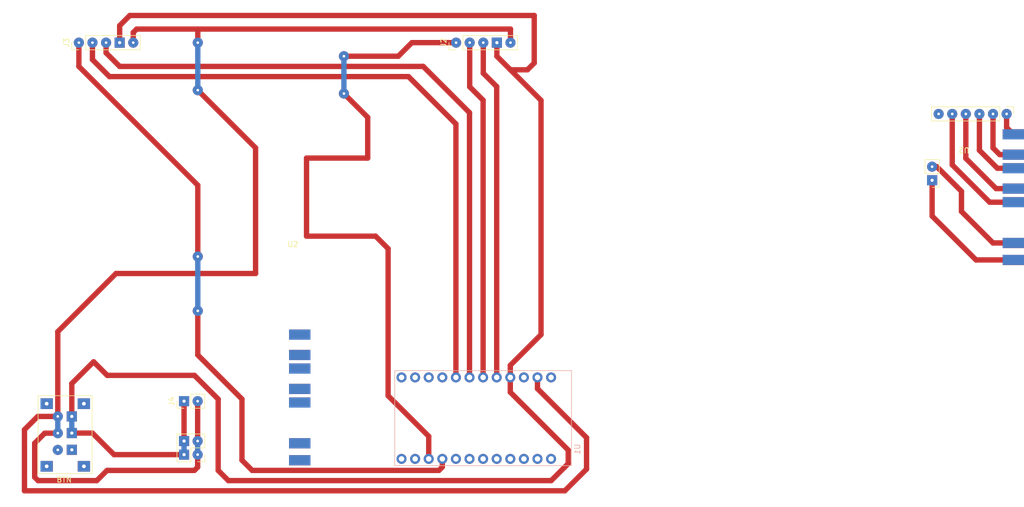
<source format=kicad_pcb>
(kicad_pcb (version 20211014) (generator pcbnew)
  (layers (0 "F.Cu" signal) (31 "B.Cu" signal) (34 "B.Paste" user) (35 "F.Paste" user) (36 "B.SilkS" user "B.Silkscreen") (37 "F.SilkS" user "F.Silkscreen") (38 "B.Mask" user) (39 "F.Mask" user) (44 "Edge.Cuts" user))
  (net 0 "")
  (net 1 "+5V")
  (net 2 "GND")
  (net 13 "Net-(J2-Pad1)")
  (net 14 "Net-(J2-Pad3)")
  (net 15 "Net-(J3-Pad2)")
  (net 16 "Net-(J2-Pad2)")
  (net 17 "Net-(J3-Pad3)")
  (net 19 "Net-(U1-PadJP6_9)")
  (net 20 "Net-(U1-PadJP6_10)")
  (net 21 "Net-(U1-PadJP6_11)")
  (net 22 "Net-(U1-PadJP6_12)")
  (net 23 "Net-(U1-PadJP7_2)")
  (net 25 "Net-(J3-Pad1)")
  (footprint "" (layer "F.Cu") (at 74.93 89.535)
    (fp_text reference "" (at 0 0) (layer "F.SilkS") (effects (font (size 1.27 1.27))))
    (fp_text value "" (at 0 0) (layer "F.SilkS") (effects (font (size 1.27 1.27))))
    (pad "7" thru_hole rect (at 0 0) (size 4 1.9) (drill 0.00001) (layers *.Cu *.Mask) (net 20 "Net-(U1-PadJP6_10)"))
  )
  (footprint "" (layer "F.Cu") (at 83.185 24.765)
    (fp_text reference "" (at 0 0) (layer "F.SilkS") (effects (font (size 1.27 1.27))))
    (fp_text value "" (at 0 0) (layer "F.SilkS") (effects (font (size 1.27 1.27))))
    (pad "1" thru_hole oval (at 0 0 90) (size 1.9 1.9) (drill 0.5) (layers *.Cu *.Mask) (net 13 "Net-(J2-Pad1)"))
  )
  (footprint "Arduino pro mini:NRF24L01" (layer "F.Cu") (at 199.076703 41.827626 180)
    (fp_text reference "U2" (at 0 -0.5 180 unlocked) (layer "F.SilkS"))
    (fp_text value "NRF24L01_Breakout")
    (fp_line (start 4.654 -4.867) (end 4.654 -2.267) (layer "F.SilkS") (width 0.12))
    (fp_line (start -6.663297 7.597626) (end -6.663297 4.937626) (layer "F.SilkS") (width 0.12))
    (fp_line (start -7.933297 7.597626) (end -9.263297 7.597626) (layer "F.SilkS") (width 0.12))
    (fp_line (start -9.263297 7.597626) (end -9.263297 6.267626) (layer "F.SilkS") (width 0.12))
    (fp_line (start 6.096703 7.597626) (end 6.096703 4.937626) (layer "F.SilkS") (width 0.12))
    (fp_line (start 7.314 -4.867) (end 7.314 -2.267) (layer "F.SilkS") (width 0.12))
    (fp_line (start 4.654 -2.267) (end 7.314 -2.267) (layer "F.SilkS") (width 0.12))
    (fp_line (start -6.663297 4.937626) (end 6.096703 4.937626) (layer "F.SilkS") (width 0.12))
    (fp_line (start 4.654 -4.867) (end 7.314 -4.867) (layer "F.SilkS") (width 0.12))
    (fp_line (start -6.663297 7.597626) (end 6.096703 7.597626) (layer "F.SilkS") (width 0.12))
    (fp_line (start 4.654 -6.137) (end 4.654 -7.467) (layer "F.SilkS") (width 0.12))
    (fp_line (start 4.654 -7.467) (end 5.984 -7.467) (layer "F.SilkS") (width 0.12))
    (pad "1" thru_hole oval (at 5.984 -3.597 180) (size 1.9 1.9) (drill 0.5) (layers *.Cu *.Mask) (net 2 "GND"))
    (pad "2" thru_hole rect (at 5.984 -6.137 180) (size 1.9 1.9) (drill 0.6) (layers *.Cu *.Mask) (net 1 "+5V"))
    (pad "3" thru_hole oval (at -7.933297 6.267626 270) (size 1.9 1.9) (drill 0.5) (layers *.Cu *.Mask) (net 23 "Net-(U1-PadJP7_2)"))
    (pad "4" thru_hole oval (at -5.393297 6.267626 270) (size 1.9 1.9) (drill 0.5) (layers *.Cu *.Mask) (net 22 "Net-(U1-PadJP6_12)"))
    (pad "5" thru_hole oval (at -2.853297 6.267626 270) (size 1.9 1.9) (drill 0.5) (layers *.Cu *.Mask) (net 19 "Net-(U1-PadJP6_9)"))
    (pad "6" thru_hole oval (at -0.313297 6.267626 270) (size 1.9 1.9) (drill 0.5) (layers *.Cu *.Mask) (net 21 "Net-(U1-PadJP6_11)"))
    (pad "7" thru_hole oval (at 2.226703 6.267626 270) (size 1.9 1.9) (drill 0.5) (layers *.Cu *.Mask) (net 20 "Net-(U1-PadJP6_10)"))
    (pad "8" thru_hole oval (at 4.766703 6.267626 270) (size 1.9 1.9) (drill 0.5) (layers *.Cu *.Mask))
  )
  (footprint "" (layer "F.Cu") (at 208.28 39.37)
    (fp_text reference "" (at 0 0) (layer "F.SilkS") (effects (font (size 1.27 1.27))))
    (fp_text value "" (at 0 0) (layer "F.SilkS") (effects (font (size 1.27 1.27))))
    (pad "3" thru_hole rect (at 0 0) (size 4 1.9) (drill 0.00001) (layers *.Cu *.Mask) (net 23 "Net-(U1-PadJP7_2)"))
  )
  (footprint "" (layer "F.Cu") (at 208.28 43.18)
    (fp_text reference "" (at 0 0) (layer "F.SilkS") (effects (font (size 1.27 1.27))))
    (fp_text value "" (at 0 0) (layer "F.SilkS") (effects (font (size 1.27 1.27))))
    (pad "4" thru_hole rect (at 0 0) (size 4 1.9) (drill 0.00001) (layers *.Cu *.Mask) (net 22 "Net-(U1-PadJP6_12)"))
  )
  (footprint "" (layer "F.Cu") (at 208.28 59.69)
    (fp_text reference "" (at 0 0) (layer "F.SilkS") (effects (font (size 1.27 1.27))))
    (fp_text value "" (at 0 0) (layer "F.SilkS") (effects (font (size 1.27 1.27))))
    (pad "1" thru_hole rect (at 0 0) (size 4 1.9) (drill 0.00001) (layers *.Cu *.Mask) (net 2 "GND"))
  )
  (footprint "" (layer "F.Cu") (at 208.28 45.72)
    (fp_text reference "" (at 0 0) (layer "F.SilkS") (effects (font (size 1.27 1.27))))
    (fp_text value "" (at 0 0) (layer "F.SilkS") (effects (font (size 1.27 1.27))))
    (pad "5" thru_hole rect (at 0 0) (size 4 1.9) (drill 0.00001) (layers *.Cu *.Mask) (net 19 "Net-(U1-PadJP6_9)"))
  )
  (footprint "" (layer "F.Cu") (at 55.88 72.39)
    (fp_text reference "" (at 0 0) (layer "F.SilkS") (effects (font (size 1.27 1.27))))
    (fp_text value "" (at 0 0) (layer "F.SilkS") (effects (font (size 1.27 1.27))))
    (pad "1" thru_hole oval (at 0 0 90) (size 1.9 1.9) (drill 0.5) (layers *.Cu *.Mask) (net 25 "Net-(J3-Pad1)"))
  )
  (footprint "" (layer "F.Cu") (at 208.28 49.53)
    (fp_text reference "" (at 0 0) (layer "F.SilkS") (effects (font (size 1.27 1.27))))
    (fp_text value "" (at 0 0) (layer "F.SilkS") (effects (font (size 1.27 1.27))))
    (pad "6" thru_hole rect (at 0 0) (size 4 1.9) (drill 0.00001) (layers *.Cu *.Mask) (net 21 "Net-(U1-PadJP6_11)"))
  )
  (footprint "Connector_PinHeader_2.54mm:PinHeader_2x02_P2.54mm_Vertical" (layer "F.Cu") (at 55.851603 99.282205 180)
    (fp_text reference "" (at 1.27 -2.33) (layer "F.SilkS"))
    (fp_text value "POWERS")
    (fp_line (start -1.33 3.87) (end 3.87 3.87) (layer "F.SilkS") (width 0.12))
    (fp_line (start 3.87 -1.33) (end 3.87 3.87) (layer "F.SilkS") (width 0.12))
    (fp_line (start 1.27 1.27) (end 1.27 -1.33) (layer "F.SilkS") (width 0.12))
    (fp_line (start -1.33 1.27) (end 1.27 1.27) (layer "F.SilkS") (width 0.12))
    (fp_line (start -1.33 -1.33) (end 0 -1.33) (layer "F.SilkS") (width 0.12))
    (fp_line (start -1.33 1.27) (end -1.33 3.87) (layer "F.SilkS") (width 0.12))
    (fp_line (start 1.27 -1.33) (end 3.87 -1.33) (layer "F.SilkS") (width 0.12))
    (fp_line (start -1.33 0) (end -1.33 -1.33) (layer "F.SilkS") (width 0.12))
    (pad "1" thru_hole oval (at 0 0 180) (size 1.9 1.9) (drill 0.5) (layers *.Cu *.Mask) (net 2 "GND"))
    (pad "2" thru_hole rect (at 2.54 0 180) (size 1.9 1.9) (drill 0.6) (layers *.Cu *.Mask) (net 1 "+5V"))
    (pad "3" thru_hole oval (at 0 2.54 180) (size 1.9 1.9) (drill 0.5) (layers *.Cu *.Mask) (net 2 "GND"))
    (pad "4" thru_hole rect (at 2.54 2.54 180) (size 1.9 1.9) (drill 0.6) (layers *.Cu *.Mask) (net 1 "+5V"))
  )
  (footprint "" (layer "F.Cu") (at 74.93 100.33)
    (fp_text reference "" (at 0 0) (layer "F.SilkS") (effects (font (size 1.27 1.27))))
    (fp_text value "" (at 0 0) (layer "F.SilkS") (effects (font (size 1.27 1.27))))
    (pad "2" thru_hole rect (at 0 0) (size 4 1.9) (drill 0.00001) (layers *.Cu *.Mask) (net 1 "+5V"))
  )
  (footprint "" (layer "F.Cu") (at 55.88 31.115)
    (fp_text reference "" (at 0 0) (layer "F.SilkS") (effects (font (size 1.27 1.27))))
    (fp_text value "" (at 0 0) (layer "F.SilkS") (effects (font (size 1.27 1.27))))
    (pad "5" thru_hole oval (at 0 0 90) (size 1.9 1.9) (drill 0.5) (layers *.Cu *.Mask) (net 2 "GND"))
  )
  (footprint "Connector_PinHeader_2.54mm:PinHeader_1x02_P2.54mm_Vertical" (layer "F.Cu") (at 53.311603 89.282205 90)
    (fp_text reference "J4" (at 0 -2.33 90) (layer "F.SilkS"))
    (fp_text value "Power-IN")
    (fp_line (start -1.33 0) (end -1.33 -1.33) (layer "F.SilkS") (width 0.12))
    (fp_line (start -1.33 1.27) (end 1.33 1.27) (layer "F.SilkS") (width 0.12))
    (fp_line (start -1.33 -1.33) (end 0 -1.33) (layer "F.SilkS") (width 0.12))
    (fp_line (start 1.33 1.27) (end 1.33 3.87) (layer "F.SilkS") (width 0.12))
    (fp_line (start -1.33 1.27) (end -1.33 3.87) (layer "F.SilkS") (width 0.12))
    (fp_line (start -1.33 3.87) (end 1.33 3.87) (layer "F.SilkS") (width 0.12))
    (pad "1" thru_hole rect (at 0 0 90) (size 1.9 1.9) (drill 0.6) (layers *.Cu *.Mask) (net 1 "+5V"))
    (pad "2" thru_hole oval (at 0 2.54 90) (size 1.9 1.9) (drill 0.5) (layers *.Cu *.Mask) (net 2 "GND"))
  )
  (footprint "" (layer "F.Cu") (at 74.93 83.185)
    (fp_text reference "" (at 0 0) (layer "F.SilkS") (effects (font (size 1.27 1.27))))
    (fp_text value "" (at 0 0) (layer "F.SilkS") (effects (font (size 1.27 1.27))))
    (pad "5" thru_hole rect (at 0 0) (size 4 1.9) (drill 0.00001) (layers *.Cu *.Mask) (net 19 "Net-(U1-PadJP6_9)"))
  )
  (footprint "" (layer "F.Cu") (at 83.185 31.75)
    (fp_text reference "" (at 0 0) (layer "F.SilkS") (effects (font (size 1.27 1.27))))
    (fp_text value "" (at 0 0) (layer "F.SilkS") (effects (font (size 1.27 1.27))))
    (pad "1" thru_hole oval (at 0 0 90) (size 1.9 1.9) (drill 0.5) (layers *.Cu *.Mask) (net 13 "Net-(J2-Pad1)"))
  )
  (footprint "" (layer "F.Cu") (at 74.93 86.995)
    (fp_text reference "" (at 0 0) (layer "F.SilkS") (effects (font (size 1.27 1.27))))
    (fp_text value "" (at 0 0) (layer "F.SilkS") (effects (font (size 1.27 1.27))))
    (pad "6" thru_hole rect (at 0 0) (size 4 1.9) (drill 0.00001) (layers *.Cu *.Mask) (net 21 "Net-(U1-PadJP6_11)"))
  )
  (footprint "Connector_PinHeader_2.54mm:PinHeader_1x05_P2.54mm_Vertical" (layer "F.Cu") (at 104.145 22.225 90)
    (fp_text reference "J2" (at 0 -2.33 90) (layer "F.SilkS"))
    (fp_text value "Joystick_Left")
    (fp_line (start -1.33 11.49) (end 1.33 11.49) (layer "F.SilkS") (width 0.12))
    (fp_line (start 1.33 1.27) (end 1.33 11.49) (layer "F.SilkS") (width 0.12))
    (fp_line (start -1.33 -1.33) (end 0 -1.33) (layer "F.SilkS") (width 0.12))
    (fp_line (start -1.33 0) (end -1.33 -1.33) (layer "F.SilkS") (width 0.12))
    (fp_line (start -1.33 1.27) (end -1.33 11.49) (layer "F.SilkS") (width 0.12))
    (fp_line (start -1.33 1.27) (end 1.33 1.27) (layer "F.SilkS") (width 0.12))
    (pad "1" thru_hole oval (at 0 0 90) (size 1.9 1.9) (drill 0.5) (layers *.Cu *.Mask) (net 13 "Net-(J2-Pad1)"))
    (pad "2" thru_hole oval (at 0 2.54 90) (size 1.9 1.9) (drill 0.5) (layers *.Cu *.Mask) (net 16 "Net-(J2-Pad2)"))
    (pad "3" thru_hole oval (at 0 5.08 90) (size 1.9 1.9) (drill 0.5) (layers *.Cu *.Mask) (net 14 "Net-(J2-Pad3)"))
    (pad "4" thru_hole rect (at 0 7.62 90) (size 1.9 1.9) (drill 0.6) (layers *.Cu *.Mask) (net 1 "+5V"))
    (pad "5" thru_hole oval (at 0 10.16 90) (size 1.9 1.9) (drill 0.5) (layers *.Cu *.Mask) (net 2 "GND"))
  )
  (footprint "Connector_PinHeader_2.54mm:PushButton_6_pin" (layer "F.Cu") (at 34.639603 101.347205 180)
    (fp_text reference "BTN" (at 3.74 -2.618) (layer "F.SilkS"))
    (fp_text value "PushButton_6_pin")
    (fp_line (start -1.491194 -1.496) (end 8.602 -1.496) (layer "F.SilkS") (width 0.12))
    (fp_line (start -1.491194 13.09) (end 8.602 13.09) (layer "F.SilkS") (width 0.12))
    (fp_line (start 8.602 -1.496) (end 8.602 13.09) (layer "F.SilkS") (width 0.12))
    (fp_line (start -1.491194 -1.496) (end -1.491194 13.09) (layer "F.SilkS") (width 0.12))
    (pad "" thru_hole rect (at 0.043736 11.586152 180) (size 2.3 2) (drill 0.7) (layers *.Cu *.Mask))
    (pad "" thru_hole rect (at 0.03893 -0.118391 180) (size 2.3 2) (drill 0.7) (layers *.Cu *.Mask))
    (pad "" thru_hole rect (at 7.000509 11.59419 180) (size 2.3 2) (drill 0.7) (layers *.Cu *.Mask))
    (pad "" thru_hole rect (at 7.000509 -0.118391 180) (size 2.3 2) (drill 0.7) (layers *.Cu *.Mask))
    (pad "1" thru_hole rect (at 2.294688 2.967779 180) (size 1.9 1.9) (drill 0.6) (layers *.Cu *.Mask))
    (pad "2" thru_hole oval (at 4.918896 2.948554 180) (size 1.9 1.9) (drill 0.5) (layers *.Cu *.Mask))
    (pad "3" thru_hole rect (at 2.29506 6.097205 180) (size 1.9 1.9) (drill 0.6) (layers *.Cu *.Mask) (net 1 "+5V"))
    (pad "4" thru_hole oval (at 4.919268 6.07798 180) (size 1.9 1.9) (drill 0.5) (layers *.Cu *.Mask) (net 2 "GND"))
    (pad "5" thru_hole rect (at 2.30164 9.207406 180) (size 1.9 1.9) (drill 0.6) (layers *.Cu *.Mask) (net 1 "+5V"))
    (pad "6" thru_hole oval (at 4.91964 9.207406 180) (size 1.9 1.9) (drill 0.5) (layers *.Cu *.Mask) (net 2 "GND"))
  )
  (footprint "" (layer "F.Cu") (at 208.28 62.865)
    (fp_text reference "" (at 0 0) (layer "F.SilkS") (effects (font (size 1.27 1.27))))
    (fp_text value "" (at 0 0) (layer "F.SilkS") (effects (font (size 1.27 1.27))))
    (pad "2" thru_hole rect (at 0 0) (size 4 1.9) (drill 0.00001) (layers *.Cu *.Mask) (net 1 "+5V"))
  )
  (footprint "" (layer "F.Cu") (at 55.88 22.225)
    (fp_text reference "" (at 0 0) (layer "F.SilkS") (effects (font (size 1.27 1.27))))
    (fp_text value "" (at 0 0) (layer "F.SilkS") (effects (font (size 1.27 1.27))))
    (pad "5" thru_hole oval (at 0 0 90) (size 1.9 1.9) (drill 0.5) (layers *.Cu *.Mask) (net 2 "GND"))
  )
  (footprint "" (layer "F.Cu") (at 74.93 97.155)
    (fp_text reference "" (at 0 0) (layer "F.SilkS") (effects (font (size 1.27 1.27))))
    (fp_text value "" (at 0 0) (layer "F.SilkS") (effects (font (size 1.27 1.27))))
    (pad "1" thru_hole rect (at 0 0) (size 4 1.9) (drill 0.00001) (layers *.Cu *.Mask) (net 2 "GND"))
  )
  (footprint "" (layer "F.Cu") (at 208.28 52.07)
    (fp_text reference "" (at 0 0) (layer "F.SilkS") (effects (font (size 1.27 1.27))))
    (fp_text value "" (at 0 0) (layer "F.SilkS") (effects (font (size 1.27 1.27))))
    (pad "7" thru_hole rect (at 0 0) (size 4 1.9) (drill 0.00001) (layers *.Cu *.Mask) (net 20 "Net-(U1-PadJP6_10)"))
  )
  (footprint "Connector_PinHeader_2.54mm:PinHeader_1x05_P2.54mm_Vertical" (layer "F.Cu") (at 33.66 22.225 90)
    (fp_text reference "J3" (at 0 -2.33 90) (layer "F.SilkS"))
    (fp_text value "Joystick_Right")
    (fp_line (start -1.33 -1.33) (end 0 -1.33) (layer "F.SilkS") (width 0.12))
    (fp_line (start 1.33 1.27) (end 1.33 11.49) (layer "F.SilkS") (width 0.12))
    (fp_line (start -1.33 1.27) (end -1.33 11.49) (layer "F.SilkS") (width 0.12))
    (fp_line (start -1.33 1.27) (end 1.33 1.27) (layer "F.SilkS") (width 0.12))
    (fp_line (start -1.33 0) (end -1.33 -1.33) (layer "F.SilkS") (width 0.12))
    (fp_line (start -1.33 11.49) (end 1.33 11.49) (layer "F.SilkS") (width 0.12))
    (pad "1" thru_hole oval (at 0 0 90) (size 1.9 1.9) (drill 0.5) (layers *.Cu *.Mask) (net 25 "Net-(J3-Pad1)"))
    (pad "2" thru_hole oval (at 0 2.54 90) (size 1.9 1.9) (drill 0.5) (layers *.Cu *.Mask) (net 15 "Net-(J3-Pad2)"))
    (pad "3" thru_hole oval (at 0 5.08 90) (size 1.9 1.9) (drill 0.5) (layers *.Cu *.Mask) (net 17 "Net-(J3-Pad3)"))
    (pad "4" thru_hole rect (at 0 7.62 90) (size 1.9 1.9) (drill 0.6) (layers *.Cu *.Mask) (net 1 "+5V"))
    (pad "5" thru_hole oval (at 0 10.16 90) (size 1.9 1.9) (drill 0.5) (layers *.Cu *.Mask) (net 2 "GND"))
  )
  (footprint "" (layer "F.Cu") (at 74.93 76.835)
    (fp_text reference "" (at 0 0) (layer "F.SilkS") (effects (font (size 1.27 1.27))))
    (fp_text value "" (at 0 0) (layer "F.SilkS") (effects (font (size 1.27 1.27))))
    (pad "3" thru_hole rect (at 0 0) (size 4 1.9) (drill 0.00001) (layers *.Cu *.Mask) (net 23 "Net-(U1-PadJP7_2)"))
  )
  (footprint "" (layer "F.Cu") (at 55.88 62.23)
    (fp_text reference "" (at 0 0) (layer "F.SilkS") (effects (font (size 1.27 1.27))))
    (fp_text value "" (at 0 0) (layer "F.SilkS") (effects (font (size 1.27 1.27))))
    (pad "1" thru_hole oval (at 0 0 90) (size 1.9 1.9) (drill 0.5) (layers *.Cu *.Mask) (net 25 "Net-(J3-Pad1)"))
  )
  (footprint "" (layer "F.Cu") (at 74.93 80.645)
    (fp_text reference "" (at 0 0) (layer "F.SilkS") (effects (font (size 1.27 1.27))))
    (fp_text value "" (at 0 0) (layer "F.SilkS") (effects (font (size 1.27 1.27))))
    (pad "4" thru_hole rect (at 0 0) (size 4 1.9) (drill 0.00001) (layers *.Cu *.Mask) (net 22 "Net-(U1-PadJP6_12)"))
  )
  (footprint "Arduino pro mini:MODULE_ARDUINO_PRO_MINI" (layer "B.Cu") (at 109.191603 92.457205 90)
    (fp_text reference "U1" (at -5.825 17.635 270) (layer "B.SilkS") (effects (justify mirror)))
    (fp_text value "ARDUINO_PRO_MINI")
    (fp_line (start 8.89 16.51) (end -8.89 16.51) (layer "B.SilkS") (width 0.127))
    (fp_line (start -8.89 -16.51) (end 8.89 -16.51) (layer "B.SilkS") (width 0.127))
    (fp_line (start -8.89 16.51) (end -8.89 -16.51) (layer "B.SilkS") (width 0.127))
    (fp_line (start 8.89 -16.51) (end 8.89 16.51) (layer "B.SilkS") (width 0.127))
    (pad "JP6_1" thru_hole circle (at 7.62 12.7 90) (size 1.8796 1.8796) (drill 1.016) (layers *.Cu *.Mask))
    (pad "JP6_2" thru_hole circle (at 7.62 10.16 90) (size 1.8796 1.8796) (drill 1.016) (layers *.Cu *.Mask) (net 2 "GND"))
    (pad "JP6_3" thru_hole circle (at 7.62 7.62 90) (size 1.8796 1.8796) (drill 1.016) (layers *.Cu *.Mask))
    (pad "JP6_4" thru_hole circle (at 7.62 5.08 90) (size 1.8796 1.8796) (drill 1.016) (layers *.Cu *.Mask) (net 1 "+5V"))
    (pad "JP6_5" thru_hole circle (at 7.62 2.54 90) (size 1.8796 1.8796) (drill 1.016) (layers *.Cu *.Mask) (net 14 "Net-(J2-Pad3)"))
    (pad "JP6_6" thru_hole circle (at 7.62 0 90) (size 1.8796 1.8796) (drill 1.016) (layers *.Cu *.Mask) (net 16 "Net-(J2-Pad2)"))
    (pad "JP6_7" thru_hole circle (at 7.62 -2.54 90) (size 1.8796 1.8796) (drill 1.016) (layers *.Cu *.Mask) (net 17 "Net-(J3-Pad3)"))
    (pad "JP6_8" thru_hole circle (at 7.62 -5.08 90) (size 1.8796 1.8796) (drill 1.016) (layers *.Cu *.Mask) (net 15 "Net-(J3-Pad2)"))
    (pad "JP6_9" thru_hole circle (at 7.62 -7.62 90) (size 1.8796 1.8796) (drill 1.016) (layers *.Cu *.Mask) (net 19 "Net-(U1-PadJP6_9)"))
    (pad "JP6_10" thru_hole circle (at 7.62 -10.16 90) (size 1.8796 1.8796) (drill 1.016) (layers *.Cu *.Mask) (net 20 "Net-(U1-PadJP6_10)"))
    (pad "JP6_11" thru_hole circle (at 7.62 -12.7 90) (size 1.8796 1.8796) (drill 1.016) (layers *.Cu *.Mask) (net 21 "Net-(U1-PadJP6_11)"))
    (pad "JP6_12" thru_hole circle (at 7.62 -15.24 90) (size 1.8796 1.8796) (drill 1.016) (layers *.Cu *.Mask) (net 22 "Net-(U1-PadJP6_12)"))
    (pad "JP7_1" thru_hole circle (at -7.62 -15.24 90) (size 1.8796 1.8796) (drill 1.016) (layers *.Cu *.Mask))
    (pad "JP7_2" thru_hole circle (at -7.62 -12.7 90) (size 1.8796 1.8796) (drill 1.016) (layers *.Cu *.Mask) (net 23 "Net-(U1-PadJP7_2)"))
    (pad "JP7_3" thru_hole circle (at -7.62 -10.16 90) (size 1.8796 1.8796) (drill 1.016) (layers *.Cu *.Mask) (net 13 "Net-(J2-Pad1)"))
    (pad "JP7_4" thru_hole circle (at -7.62 -7.62 90) (size 1.8796 1.8796) (drill 1.016) (layers *.Cu *.Mask) (net 25 "Net-(J3-Pad1)"))
    (pad "JP7_5" thru_hole circle (at -7.62 -5.08 90) (size 1.8796 1.8796) (drill 1.016) (layers *.Cu *.Mask))
    (pad "JP7_6" thru_hole circle (at -7.62 -2.54 90) (size 1.8796 1.8796) (drill 1.016) (layers *.Cu *.Mask))
    (pad "JP7_7" thru_hole circle (at -7.62 0 90) (size 1.8796 1.8796) (drill 1.016) (layers *.Cu *.Mask))
    (pad "JP7_8" thru_hole circle (at -7.62 2.54 90) (size 1.8796 1.8796) (drill 1.016) (layers *.Cu *.Mask))
    (pad "JP7_9" thru_hole circle (at -7.62 5.08 90) (size 1.8796 1.8796) (drill 1.016) (layers *.Cu *.Mask))
    (pad "JP7_10" thru_hole circle (at -7.62 7.62 90) (size 1.8796 1.8796) (drill 1.016) (layers *.Cu *.Mask))
    (pad "JP7_11" thru_hole circle (at -7.62 10.16 90) (size 1.8796 1.8796) (drill 1.016) (layers *.Cu *.Mask))
    (pad "JP7_12" thru_hole circle (at -7.62 12.7 90) (size 1.8796 1.8796) (drill 1.016) (layers *.Cu *.Mask))
  )
  (gr_text "U2" (at 73.631603 59.937205) (layer "F.SilkS") (effects (font (size 1 1))))
  (segment (start 40.227205 99.282205) (end 36.195 95.25) (width 1) (layer "F.Cu") (net 1))
  (segment (start 41.28 22.225) (end 41.28 19.045) (width 1) (layer "F.Cu") (net 1))
  (segment (start 59.69 102.235) (end 61.595 104.14) (width 1) (layer "F.Cu") (net 1))
  (segment (start 125.095 98.425) (end 114.271603 87.601603) (width 1) (layer "F.Cu") (net 1))
  (segment (start 193.092703 54.662703) (end 201.295 62.865) (width 1) (layer "F.Cu") (net 1))
  (segment (start 111.765 24.77) (end 111.765 22.225) (width 1) (layer "F.Cu") (net 1))
  (segment (start 117.475 27.305) (end 114.3 27.305) (width 1) (layer "F.Cu") (net 1))
  (segment (start 61.595 104.14) (end 121.92 104.14) (width 1) (layer "F.Cu") (net 1))
  (segment (start 59.69 88.9) (end 59.69 102.235) (width 1) (layer "F.Cu") (net 1))
  (segment (start 121.92 104.14) (end 125.095 100.965) (width 1) (layer "F.Cu") (net 1))
  (segment (start 53.311603 89.282205) (end 53.311603 96.742205) (width 1) (layer "F.Cu") (net 1))
  (segment (start 114.271603 82.578397) (end 120.015 76.835) (width 1) (layer "F.Cu") (net 1))
  (segment (start 118.745 17.145) (end 118.745 26.035) (width 1) (layer "F.Cu") (net 1))
  (segment (start 201.295 62.865) (end 208.28 62.865) (width 1) (layer "F.Cu") (net 1))
  (segment (start 193.092703 47.964626) (end 193.092703 54.662703) (width 1) (layer "F.Cu") (net 1))
  (segment (start 120.015 76.835) (end 120.015 33.02) (width 1) (layer "F.Cu") (net 1))
  (segment (start 120.015 33.02) (end 114.3 27.305) (width 1) (layer "F.Cu") (net 1))
  (segment (start 53.311603 99.282205) (end 40.227205 99.282205) (width 1) (layer "F.Cu") (net 1))
  (segment (start 118.745 26.035) (end 117.475 27.305) (width 1) (layer "F.Cu") (net 1))
  (segment (start 36.195 95.25) (end 32.344543 95.25) (width 1) (layer "F.Cu") (net 1))
  (segment (start 32.337963 92.139799) (end 32.337963 85.988674) (width 1) (layer "F.Cu") (net 1))
  (segment (start 125.095 100.965) (end 125.095 98.425) (width 1) (layer "F.Cu") (net 1))
  (segment (start 38.951637 84.455) (end 55.245 84.455) (width 1) (layer "F.Cu") (net 1))
  (segment (start 114.271603 84.837205) (end 114.271603 82.578397) (width 1) (layer "F.Cu") (net 1))
  (segment (start 55.245 84.455) (end 59.69 88.9) (width 1) (layer "F.Cu") (net 1))
  (segment (start 43.18 17.145) (end 118.745 17.145) (width 1) (layer "F.Cu") (net 1))
  (segment (start 36.411637 81.915) (end 38.951637 84.455) (width 1) (layer "F.Cu") (net 1))
  (segment (start 32.337963 85.988674) (end 36.411637 81.915) (width 1) (layer "F.Cu") (net 1))
  (segment (start 114.271603 87.601603) (end 114.271603 84.837205) (width 1) (layer "F.Cu") (net 1))
  (segment (start 114.3 27.305) (end 111.765 24.77) (width 1) (layer "F.Cu") (net 1))
  (segment (start 41.28 19.045) (end 43.18 17.145) (width 1) (layer "F.Cu") (net 1))
  (segment (start 53.311603 99.282205) (end 53.311603 96.742205) (width 1) (layer "B.Cu") (net 1))
  (segment (start 32.337963 92.139799) (end 32.337963 95.24342) (width 1) (layer "B.Cu") (net 1))
  (segment (start 37.015077 104.14) (end 26.035 104.14) (width 1) (layer "F.Cu") (net 2))
  (segment (start 198.575874 53.795874) (end 204.47 59.69) (width 1) (layer "F.Cu") (net 2))
  (segment (start 55.88 31.115) (end 66.675 41.91) (width 1) (layer "F.Cu") (net 2))
  (segment (start 23.495 106.045) (end 124.46 106.045) (width 1) (layer "F.Cu") (net 2))
  (segment (start 198.575874 50.034597) (end 198.575874 53.795874) (width 1) (layer "F.Cu") (net 2))
  (segment (start 29.719963 92.139799) (end 25.970201 92.139799) (width 1) (layer "F.Cu") (net 2))
  (segment (start 55.851603 99.282205) (end 55.851603 101.628397) (width 1) (layer "F.Cu") (net 2))
  (segment (start 128.521159 101.983841) (end 128.521159 96.115214) (width 1) (layer "F.Cu") (net 2))
  (segment (start 25.970201 92.139799) (end 23.495 94.615) (width 1) (layer "F.Cu") (net 2))
  (segment (start 23.495 94.615) (end 23.495 106.045) (width 1) (layer "F.Cu") (net 2))
  (segment (start 114.305 19.69) (end 114.305 22.225) (width 1) (layer "F.Cu") (net 2))
  (segment (start 40.595385 65.405) (end 66.675 65.405) (width 1) (layer "F.Cu") (net 2))
  (segment (start 25.4 97.155) (end 27.285775 95.269225) (width 1) (layer "F.Cu") (net 2))
  (segment (start 55.245 102.235) (end 38.920077 102.235) (width 1) (layer "F.Cu") (net 2))
  (segment (start 55.88 19.685) (end 114.3 19.685) (width 1) (layer "F.Cu") (net 2))
  (segment (start 43.82 20.315) (end 44.45 19.685) (width 1) (layer "F.Cu") (net 2))
  (segment (start 29.719963 76.280422) (end 29.719963 92.139799) (width 1) (layer "F.Cu") (net 2))
  (segment (start 55.851603 101.628397) (end 55.245 102.235) (width 1) (layer "F.Cu") (net 2))
  (segment (start 119.351603 86.945658) (end 119.351603 84.837205) (width 1) (layer "F.Cu") (net 2))
  (segment (start 40.595385 65.405) (end 29.719963 76.280422) (width 1) (layer "F.Cu") (net 2))
  (segment (start 204.47 59.69) (end 208.28 59.69) (width 1) (layer "F.Cu") (net 2))
  (segment (start 43.82 22.225) (end 43.82 20.315) (width 1) (layer "F.Cu") (net 2))
  (segment (start 26.035 104.14) (end 25.4 103.505) (width 1) (layer "F.Cu") (net 2))
  (segment (start 193.965903 45.424626) (end 198.575874 50.034597) (width 1) (layer "F.Cu") (net 2))
  (segment (start 25.4 103.505) (end 25.4 97.155) (width 1) (layer "F.Cu") (net 2))
  (segment (start 66.675 41.91) (end 66.675 65.405) (width 1) (layer "F.Cu") (net 2))
  (segment (start 27.285775 95.269225) (end 29.720335 95.269225) (width 1) (layer "F.Cu") (net 2))
  (segment (start 55.851603 89.282205) (end 55.851603 96.742205) (width 1) (layer "F.Cu") (net 2))
  (segment (start 44.45 19.685) (end 55.88 19.685) (width 1) (layer "F.Cu") (net 2))
  (segment (start 124.46 106.045) (end 128.521159 101.983841) (width 1) (layer "F.Cu") (net 2))
  (segment (start 38.920077 102.235) (end 37.015077 104.14) (width 1) (layer "F.Cu") (net 2))
  (segment (start 193.092703 45.424626) (end 193.965903 45.424626) (width 1) (layer "F.Cu") (net 2))
  (segment (start 55.88 22.225) (end 55.88 19.685) (width 1) (layer "F.Cu") (net 2))
  (segment (start 114.3 19.685) (end 114.305 19.69) (width 1) (layer "F.Cu") (net 2))
  (segment (start 128.521159 96.115214) (end 119.351603 86.945658) (width 1) (layer "F.Cu") (net 2))
  (segment (start 29.720335 95.269225) (end 29.720335 92.140171) (width 1) (layer "B.Cu") (net 2))
  (segment (start 55.88 31.115) (end 55.88 22.225) (width 1) (layer "B.Cu") (net 2))
  (segment (start 55.851603 99.282205) (end 55.851603 96.742205) (width 1) (layer "B.Cu") (net 2))
  (segment (start 99.031603 95.856603) (end 91.44 88.265) (width 1) (layer "F.Cu") (net 13))
  (segment (start 95.885 22.225) (end 104.145 22.225) (width 1) (layer "F.Cu") (net 13))
  (segment (start 83.185 24.765) (end 93.345 24.765) (width 1) (layer "F.Cu") (net 13))
  (segment (start 91.44 88.265) (end 91.44 60.752056) (width 1) (layer "F.Cu") (net 13))
  (segment (start 87.63 43.815) (end 87.63 36.195) (width 1) (layer "F.Cu") (net 13))
  (segment (start 89.107944 58.42) (end 76.2 58.42) (width 1) (layer "F.Cu") (net 13))
  (segment (start 93.345 24.765) (end 95.885 22.225) (width 1) (layer "F.Cu") (net 13))
  (segment (start 76.2 43.815) (end 87.63 43.815) (width 1) (layer "F.Cu") (net 13))
  (segment (start 91.44 60.752056) (end 89.107944 58.42) (width 1) (layer "F.Cu") (net 13))
  (segment (start 76.2 58.42) (end 76.2 43.815) (width 1) (layer "F.Cu") (net 13))
  (segment (start 87.63 36.195) (end 83.185 31.75) (width 1) (layer "F.Cu") (net 13))
  (segment (start 99.031603 100.077205) (end 99.031603 95.856603) (width 1) (layer "F.Cu") (net 13))
  (segment (start 83.185 24.765) (end 83.185 31.75) (width 1) (layer "B.Cu") (net 13))
  (segment (start 109.225 22.225) (end 109.225 27.945) (width 1) (layer "F.Cu") (net 14))
  (segment (start 109.225 27.945) (end 111.731603 30.451603) (width 1) (layer "F.Cu") (net 14))
  (segment (start 111.731603 30.451603) (end 111.731603 84.837205) (width 1) (layer "F.Cu") (net 14))
  (segment (start 104.111603 37.436603) (end 104.111603 84.837205) (width 1) (layer "F.Cu") (net 15))
  (segment (start 39.37 28.575) (end 95.25 28.575) (width 1) (layer "F.Cu") (net 15))
  (segment (start 36.2 25.405) (end 39.37 28.575) (width 1) (layer "F.Cu") (net 15))
  (segment (start 36.2 22.225) (end 36.2 25.405) (width 1) (layer "F.Cu") (net 15))
  (segment (start 95.25 28.575) (end 104.111603 37.436603) (width 1) (layer "F.Cu") (net 15))
  (segment (start 106.685 22.225) (end 106.685 30.485) (width 1) (layer "F.Cu") (net 16))
  (segment (start 109.191603 32.991603) (end 109.191603 84.837205) (width 1) (layer "F.Cu") (net 16))
  (segment (start 106.685 30.485) (end 109.191603 32.991603) (width 1) (layer "F.Cu") (net 16))
  (segment (start 41.275 26.67) (end 97.997944 26.67) (width 1) (layer "F.Cu") (net 17))
  (segment (start 106.651603 35.323659) (end 106.651603 84.837205) (width 1) (layer "F.Cu") (net 17))
  (segment (start 38.74 22.225) (end 38.74 24.135) (width 1) (layer "F.Cu") (net 17))
  (segment (start 38.74 24.135) (end 41.275 26.67) (width 1) (layer "F.Cu") (net 17))
  (segment (start 97.997944 26.67) (end 106.651603 35.323659) (width 1) (layer "F.Cu") (net 17))
  (segment (start 201.93 42.363641) (end 205.286359 45.72) (width 1) (layer "F.Cu") (net 19))
  (segment (start 201.93 35.56) (end 201.93 42.363641) (width 1) (layer "F.Cu") (net 19))
  (segment (start 205.286359 45.72) (end 208.28 45.72) (width 1) (layer "F.Cu") (net 19))
  (segment (start 196.85 45.082999) (end 203.837001 52.07) (width 1) (layer "F.Cu") (net 20))
  (segment (start 203.837001 52.07) (end 208.28 52.07) (width 1) (layer "F.Cu") (net 20))
  (segment (start 196.85 35.56) (end 196.85 45.082999) (width 1) (layer "F.Cu") (net 20))
  (segment (start 199.39 35.56) (end 199.39 43.870824) (width 1) (layer "F.Cu") (net 21))
  (segment (start 205.049176 49.53) (end 208.28 49.53) (width 1) (layer "F.Cu") (net 21))
  (segment (start 199.39 43.870824) (end 205.049176 49.53) (width 1) (layer "F.Cu") (net 21))
  (segment (start 204.47 35.56) (end 204.47 41.91) (width 1) (layer "F.Cu") (net 22))
  (segment (start 205.74 43.18) (end 208.28 43.18) (width 1) (layer "F.Cu") (net 22))
  (segment (start 204.47 41.91) (end 205.74 43.18) (width 1) (layer "F.Cu") (net 22))
  (segment (start 207.01 35.56) (end 207.01 38.1) (width 1) (layer "F.Cu") (net 23))
  (segment (start 207.01 38.1) (end 208.28 39.37) (width 1) (layer "F.Cu") (net 23))
  (segment (start 33.66 22.225) (end 33.66 26.675) (width 1) (layer "F.Cu") (net 25))
  (segment (start 64.135 88.9) (end 64.135 100.33) (width 1) (layer "F.Cu") (net 25))
  (segment (start 66.04 102.235) (end 100.936603 102.235) (width 1) (layer "F.Cu") (net 25))
  (segment (start 64.135 100.33) (end 66.04 102.235) (width 1) (layer "F.Cu") (net 25))
  (segment (start 100.936603 102.235) (end 101.571603 101.6) (width 1) (layer "F.Cu") (net 25))
  (segment (start 33.66 26.675) (end 55.88 48.895) (width 1) (layer "F.Cu") (net 25))
  (segment (start 55.88 80.645) (end 64.135 88.9) (width 1) (layer "F.Cu") (net 25))
  (segment (start 55.88 72.39) (end 55.88 80.645) (width 1) (layer "F.Cu") (net 25))
  (segment (start 101.571603 101.6) (end 101.571603 100.077205) (width 1) (layer "F.Cu") (net 25))
  (segment (start 55.88 48.895) (end 55.88 62.23) (width 1) (layer "F.Cu") (net 25))
  (segment (start 55.88 72.39) (end 55.88 62.23) (width 1) (layer "B.Cu") (net 25))
)
</source>
